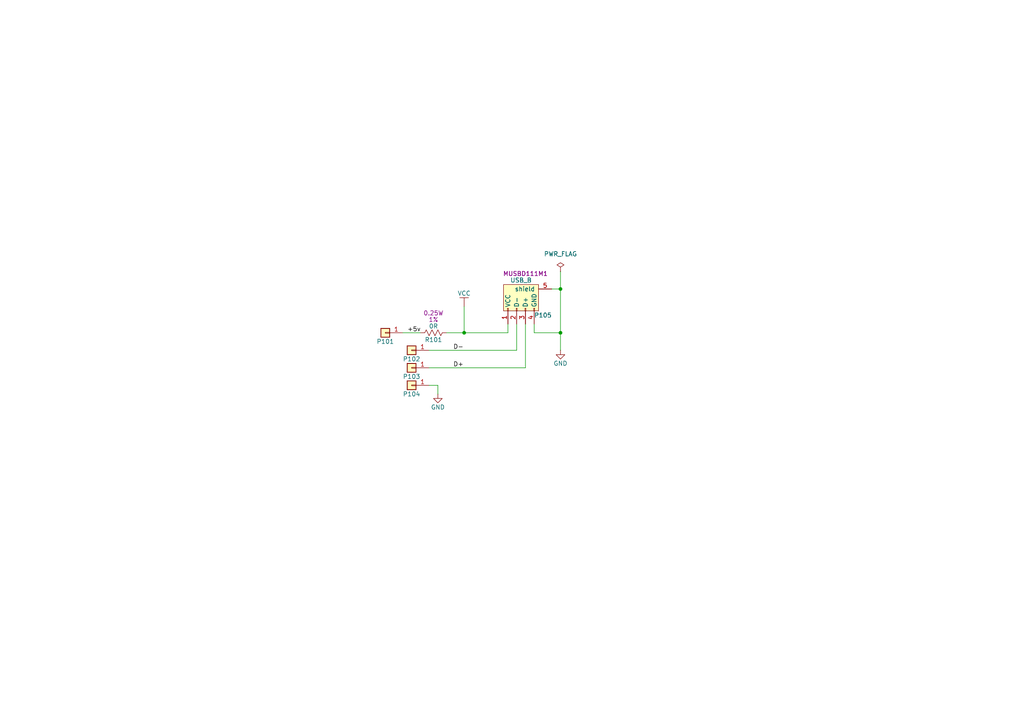
<source format=kicad_sch>
(kicad_sch (version 20231120) (generator "eeschema") (generator_version "8.0")
  (paper "A4")
  (title_block (title "USB-B panel mount breakout") (date "2025-01-27") (rev "v1.1.0"))
  (lib_symbols
    (symbol "Connector_Generic:Conn_01x01" (pin_names (offset 1.016) hide)
      (property "Reference" "J" (at 0 2.54 0))
      (property "Value" "Conn_01x01" (at 0 -2.54 0))
      (symbol "Conn_01x01_1_1"
        (rectangle (start -1.27 0.127) (end 0 -0.127) (stroke (width 0.1524)))
        (rectangle (start -1.27 1.27) (end 1.27 -1.27) (stroke (width 0.254)) (fill (type background)))
        (pin passive line (at -5.08 0 0) (length 3.81) (name "Pin_1") (number "1"))
      )
    )
    (symbol "Local:R_local" (pin_numbers hide) (pin_names (offset 0))
      (property "Reference" "R" (at 2.032 0 90))
      (property "Value" "R_local" (at -1.905 0 90))
      (property "Description" "Resistor" (at -3.81 0 90))
      (property "Power" "0.125W" (at -5.715 0 90))
      (symbol "R_local_0_1"
        (polyline (pts (xy -0.8382 -2.1082) (xy 0.8382 -1.27)) (stroke (width 0.1524)))
        (polyline (pts (xy -0.8382 -0.4318) (xy 0.8382 0.4318)) (stroke (width 0.1524)))
        (polyline (pts (xy -0.8382 1.27) (xy 0.8382 2.1082)) (stroke (width 0.1524)))
        (polyline (pts (xy 0 -2.54) (xy -0.8382 -2.1082)) (stroke (width 0.1524)))
        (polyline (pts (xy 0.8382 -1.27) (xy -0.8382 -0.4318)) (stroke (width 0.1524)))
        (polyline (pts (xy 0.8382 0.4318) (xy -0.8382 1.27)) (stroke (width 0.1524)))
        (polyline (pts (xy 0.8382 2.1082) (xy 0 2.54)) (stroke (width 0.1524)))
      )
      (symbol "R_local_0_2"
        (rectangle (start -1.016 -2.54) (end 1.016 2.54) (stroke (width 0.254)))
      )
      (symbol "R_local_1_1"
        (pin passive line (at 0 3.81 270) (length 1.27) (name "~") (number "1"))
        (pin passive line (at 0 -3.81 90) (length 1.27) (name "~") (number "2"))
      )
      (symbol "R_local_1_2"
        (pin passive line (at 0 3.81 270) (length 1.27) (name "~") (number "1"))
        (pin passive line (at 0 -3.81 90) (length 1.27) (name "~") (number "2"))
      )
    )
    (symbol "Local:USB_B" (pin_names (offset 1.016))
      (property "Reference" "P" (at 5.08 -5.08 0))
      (property "Value" "USB_B" (at -1.27 5.08 0))
      (symbol "USB_B_0_1"
        (rectangle (start -5.207 -3.81) (end -4.953 -3.048))
        (rectangle (start -2.667 -3.81) (end -2.413 -3.048))
        (rectangle (start -0.127 -3.81) (end 0.127 -3.048))
        (rectangle (start 2.413 -3.81) (end 2.667 -3.048))
      )
      (symbol "USB_B_1_1"
        (rectangle (start -6.35 3.81) (end 3.81 -3.81) (fill (type background)))
        (pin power_out line (at -5.08 -7.62 90) (length 3.81) (name "VCC") (number "1"))
        (pin passive line (at -2.54 -7.62 90) (length 3.81) (name "D-") (number "2"))
        (pin passive line (at 0 -7.62 90) (length 3.81) (name "D+") (number "3"))
        (pin power_in line (at 2.54 -7.62 90) (length 3.81) (name "GND") (number "4"))
        (pin passive line (at 7.62 2.54 180) (length 3.81) (name "shield") (number "5"))
      )
    )
    (symbol "Local:VCC" (power) (pin_names (offset 0))
      (property "Value" "VCC" (at 0 3.81 0))
      (symbol "VCC_0_1"
        (polyline (pts (xy -1.27 2.54) (xy 1.27 2.54)))
        (polyline (pts (xy 0 0) (xy 0 2.54)))
      )
      (symbol "VCC_1_1"
        (pin power_in line (at 0 0 90) (length 0) hide (name "VCC") (number "1"))
      )
    )
    (symbol "power:GND" (power) (pin_numbers hide) (pin_names (offset 0) hide)
      (property "Value" "GND" (at 0 -3.81 0))
      (symbol "GND_0_1"
        (polyline (pts (xy 0 0) (xy 0 -1.27) (xy 1.27 -1.27) (xy 0 -2.54) (xy -1.27 -1.27) (xy 0 -1.27)))
      )
      (symbol "GND_1_1"
        (pin power_in line (at 0 0 270) (length 0) (name "~") (number "1"))
      )
    )
    (symbol "power:PWR_FLAG" (power) (pin_numbers hide) (pin_names (offset 0) hide)
      (property "Value" "PWR_FLAG" (at 0 3.81 0))
      (symbol "PWR_FLAG_0_0"
        (pin power_out line (at 0 0 90) (length 0) (name "~") (number "1"))
      )
      (symbol "PWR_FLAG_0_1"
        (polyline (pts (xy 0 0) (xy 0 1.27) (xy -1.016 1.905) (xy 0 2.54) (xy 1.016 1.905) (xy 0 1.27)))
      )
    )
  )
  (junction (at 162.56 96.52))
  (junction (at 162.56 83.82))
  (junction (at 134.62 96.52))
  (wire (pts (xy 134.62 96.52) (xy 134.62 88.9)))
  (wire (pts (xy 154.94 96.52) (xy 162.56 96.52)))
  (wire (pts (xy 124.46 101.6) (xy 149.86 101.6)))
  (wire (pts (xy 124.46 111.76) (xy 127 111.76)))
  (wire (pts (xy 134.62 96.52) (xy 147.32 96.52)))
  (wire (pts (xy 124.46 106.68) (xy 152.4 106.68)))
  (wire (pts (xy 152.4 106.68) (xy 152.4 93.98)))
  (wire (pts (xy 154.94 93.98) (xy 154.94 96.52)))
  (wire (pts (xy 162.56 78.74) (xy 162.56 83.82)))
  (wire (pts (xy 129.54 96.52) (xy 134.62 96.52)))
  (wire (pts (xy 149.86 101.6) (xy 149.86 93.98)))
  (wire (pts (xy 116.84 96.52) (xy 121.92 96.52)))
  (wire (pts (xy 127 111.76) (xy 127 114.3)))
  (wire (pts (xy 147.32 96.52) (xy 147.32 93.98)))
  (wire (pts (xy 160.02 83.82) (xy 162.56 83.82)))
  (wire (pts (xy 162.56 96.52) (xy 162.56 101.6)))
  (wire (pts (xy 162.56 83.82) (xy 162.56 96.52)))
  (label "D+" (at 131.445 106.68 0))
  (label "+5v" (at 118.11 96.52 0))
  (label "D-" (at 131.445 101.6 0))
  (symbol (lib_id "Connector_Generic:Conn_01x01") (at 119.38 101.6 180) (unit 1)
    (property "Reference" "P102" (at 119.38 104.14 0))
    (property "Value" "CONN_01X01" (effects (hide yes)))
    (property "Footprint" "Local:wire_60x40mil" (effects (hide yes)))
  )
  (symbol (lib_id "Connector_Generic:Conn_01x01") (at 119.38 106.68 180) (unit 1)
    (property "Reference" "P103" (at 119.38 109.22 0))
    (property "Value" "CONN_01X01" (effects (hide yes)))
    (property "Footprint" "Local:wire_60x40mil" (effects (hide yes)))
  )
  (symbol (lib_id "power:GND") (at 162.56 101.6 0) (unit 1)
    (property "Reference" "#PWR01" (effects (hide yes)))
    (property "Value" "GND" (at 162.56 105.41 0))
    (property "Description" "Power symbol creates a global label with name \"GND\" , ground" (effects (hide yes)))
  )
  (symbol (lib_id "Local:VCC") (at 134.62 88.9 0) (unit 1)
    (property "Reference" "#PWR02" (effects (hide yes)))
    (property "Value" "VCC" (at 134.62 85.09 0))
  )
  (symbol (lib_id "Connector_Generic:Conn_01x01") (at 111.76 96.52 180) (unit 1)
    (property "Reference" "P101" (at 111.76 99.06 0))
    (property "Value" "CONN_01X01" (effects (hide yes)))
    (property "Footprint" "Local:wire_60x40mil" (effects (hide yes)))
  )
  (symbol (lib_id "Connector_Generic:Conn_01x01") (at 119.38 111.76 180) (unit 1)
    (property "Reference" "P104" (at 119.38 114.3 0))
    (property "Value" "CONN_01X01" (effects (hide yes)))
    (property "Footprint" "Local:wire_60x40mil" (effects (hide yes)))
  )
  (symbol (lib_id "power:GND") (at 127 114.3 0) (unit 1)
    (property "Reference" "#PWR03" (effects (hide yes)))
    (property "Value" "GND" (at 127 118.11 0))
    (property "Description" "Power symbol creates a global label with name \"GND\" , ground" (effects (hide yes)))
  )
  (symbol (lib_id "Local:USB_B") (at 152.4 86.36 0) (unit 1)
    (property "Reference" "P105" (at 157.48 91.44 0))
    (property "Value" "USB_B" (at 151.13 81.28 0))
    (property "Footprint" "Local:usb-b-pm" (effects (hide yes)))
    (property "Manufacturer" "Amphenol" (effects (hide yes)))
    (property "PartNum" "MUSBD111M1" (at 152.4 79.375 0))
  )
  (symbol (lib_id "Local:R_local") (at 125.73 96.52 270) (unit 1)
    (property "Reference" "R101" (at 125.73 98.552 90))
    (property "Value" "0R" (at 125.73 94.615 90))
    (property "Footprint" "Local:R_1206_HandSoldering" (effects (hide yes)))
    (property "Tolerance" "1%" (at 125.73 92.71 90))
    (property "Power" "0.25W" (at 125.73 90.805 90))
    (property "Manufacturer" "Vishay Dale" (effects (hide yes)))
    (property "PartNum" "CRCW12060000Z0EA" (effects (hide yes)))
  )
  (symbol (lib_id "power:PWR_FLAG") (at 162.56 78.74 0) (unit 1)
    (property "Reference" "#FLG01" (effects (hide yes)))
    (property "Value" "PWR_FLAG" (at 162.56 73.66 0))
    (property "Description" "Special symbol for telling ERC where power comes from" (effects (hide yes)))
  )
)
</source>
